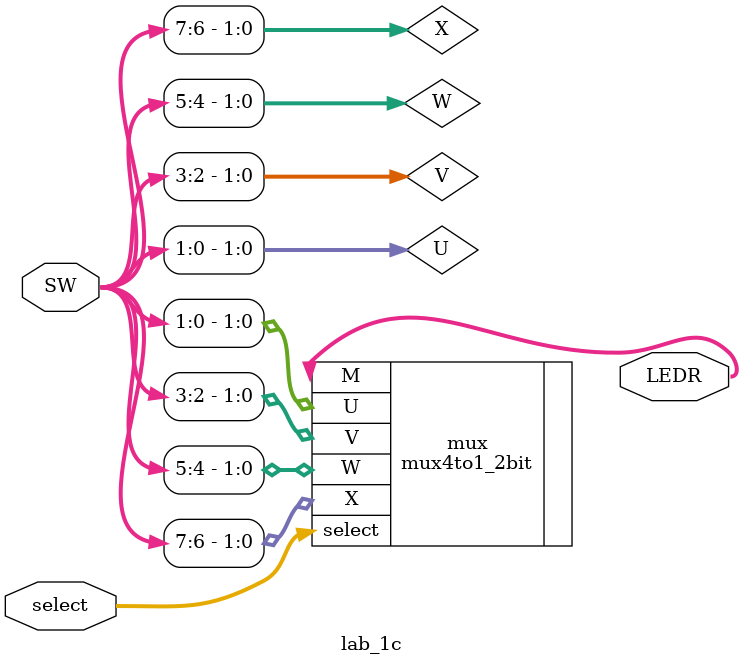
<source format=v>
module lab_1c (
    input wire [7:0] SW, // switches 0 to 7
    input wire [9:8] select, // switches 8 and 9
    output wire [1:0] LEDR // LEDR0 and LEDR1
);
    wire [1:0] U, V, W, X;

    assign U = SW[1:0];
    assign V = SW[3:2];
    assign W = SW[5:4];
    assign X = SW[7:6];

    mux4to1_2bit mux(
        .U(U),
        .V(V),
        .W(W),
        .X(X),
        .select(select),
        .M(LEDR)
    );
endmodule

</source>
